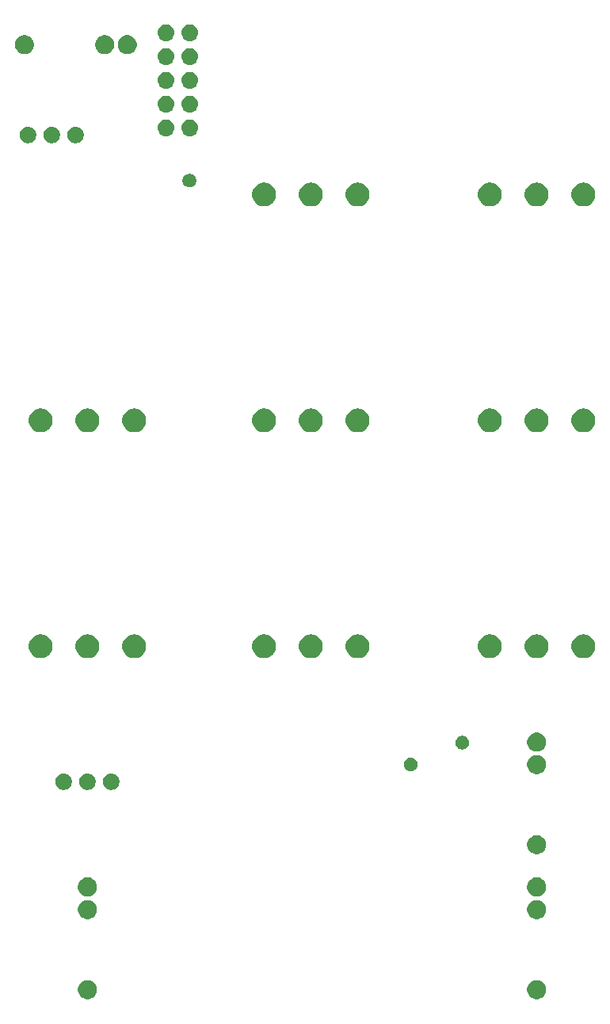
<source format=gbr>
G04 #@! TF.GenerationSoftware,KiCad,Pcbnew,(5.1.4-0-10_14)*
G04 #@! TF.CreationDate,2019-11-18T15:59:10-08:00*
G04 #@! TF.ProjectId,DS8,4453382e-6b69-4636-9164-5f7063625858,rev?*
G04 #@! TF.SameCoordinates,Original*
G04 #@! TF.FileFunction,Soldermask,Bot*
G04 #@! TF.FilePolarity,Negative*
%FSLAX46Y46*%
G04 Gerber Fmt 4.6, Leading zero omitted, Abs format (unit mm)*
G04 Created by KiCad (PCBNEW (5.1.4-0-10_14)) date 2019-11-18 15:59:10*
%MOMM*%
%LPD*%
G04 APERTURE LIST*
%ADD10C,0.100000*%
G04 APERTURE END LIST*
D10*
G36*
X57192415Y4424149D02*
G01*
X57377350Y4347546D01*
X57377351Y4347545D01*
X57543790Y4236334D01*
X57685334Y4094790D01*
X57685335Y4094788D01*
X57796546Y3928350D01*
X57873149Y3743415D01*
X57912200Y3547088D01*
X57912200Y3346912D01*
X57873149Y3150585D01*
X57796546Y2965650D01*
X57796545Y2965649D01*
X57685334Y2799210D01*
X57543790Y2657666D01*
X57460004Y2601682D01*
X57377350Y2546454D01*
X57192415Y2469851D01*
X56996088Y2430800D01*
X56795912Y2430800D01*
X56599585Y2469851D01*
X56414650Y2546454D01*
X56331996Y2601682D01*
X56248210Y2657666D01*
X56106666Y2799210D01*
X55995455Y2965649D01*
X55995454Y2965650D01*
X55918851Y3150585D01*
X55879800Y3346912D01*
X55879800Y3547088D01*
X55918851Y3743415D01*
X55995454Y3928350D01*
X56106665Y4094788D01*
X56106666Y4094790D01*
X56248210Y4236334D01*
X56414649Y4347545D01*
X56414650Y4347546D01*
X56599585Y4424149D01*
X56795912Y4463200D01*
X56996088Y4463200D01*
X57192415Y4424149D01*
X57192415Y4424149D01*
G37*
G36*
X9186415Y4424149D02*
G01*
X9371350Y4347546D01*
X9371351Y4347545D01*
X9537790Y4236334D01*
X9679334Y4094790D01*
X9679335Y4094788D01*
X9790546Y3928350D01*
X9867149Y3743415D01*
X9906200Y3547088D01*
X9906200Y3346912D01*
X9867149Y3150585D01*
X9790546Y2965650D01*
X9790545Y2965649D01*
X9679334Y2799210D01*
X9537790Y2657666D01*
X9454004Y2601682D01*
X9371350Y2546454D01*
X9186415Y2469851D01*
X8990088Y2430800D01*
X8789912Y2430800D01*
X8593585Y2469851D01*
X8408650Y2546454D01*
X8325996Y2601682D01*
X8242210Y2657666D01*
X8100666Y2799210D01*
X7989455Y2965649D01*
X7989454Y2965650D01*
X7912851Y3150585D01*
X7873800Y3346912D01*
X7873800Y3547088D01*
X7912851Y3743415D01*
X7989454Y3928350D01*
X8100665Y4094788D01*
X8100666Y4094790D01*
X8242210Y4236334D01*
X8408649Y4347545D01*
X8408650Y4347546D01*
X8593585Y4424149D01*
X8789912Y4463200D01*
X8990088Y4463200D01*
X9186415Y4424149D01*
X9186415Y4424149D01*
G37*
G36*
X57192415Y12983949D02*
G01*
X57377350Y12907346D01*
X57377351Y12907345D01*
X57543790Y12796134D01*
X57685334Y12654590D01*
X57685335Y12654588D01*
X57796546Y12488150D01*
X57873149Y12303215D01*
X57912200Y12106888D01*
X57912200Y11906712D01*
X57873149Y11710385D01*
X57796546Y11525450D01*
X57796545Y11525449D01*
X57685334Y11359010D01*
X57543790Y11217466D01*
X57460004Y11161482D01*
X57377350Y11106254D01*
X57192415Y11029651D01*
X56996088Y10990600D01*
X56795912Y10990600D01*
X56599585Y11029651D01*
X56414650Y11106254D01*
X56331996Y11161482D01*
X56248210Y11217466D01*
X56106666Y11359010D01*
X55995455Y11525449D01*
X55995454Y11525450D01*
X55918851Y11710385D01*
X55879800Y11906712D01*
X55879800Y12106888D01*
X55918851Y12303215D01*
X55995454Y12488150D01*
X56106665Y12654588D01*
X56106666Y12654590D01*
X56248210Y12796134D01*
X56414649Y12907345D01*
X56414650Y12907346D01*
X56599585Y12983949D01*
X56795912Y13023000D01*
X56996088Y13023000D01*
X57192415Y12983949D01*
X57192415Y12983949D01*
G37*
G36*
X9186415Y12983949D02*
G01*
X9371350Y12907346D01*
X9371351Y12907345D01*
X9537790Y12796134D01*
X9679334Y12654590D01*
X9679335Y12654588D01*
X9790546Y12488150D01*
X9867149Y12303215D01*
X9906200Y12106888D01*
X9906200Y11906712D01*
X9867149Y11710385D01*
X9790546Y11525450D01*
X9790545Y11525449D01*
X9679334Y11359010D01*
X9537790Y11217466D01*
X9454004Y11161482D01*
X9371350Y11106254D01*
X9186415Y11029651D01*
X8990088Y10990600D01*
X8789912Y10990600D01*
X8593585Y11029651D01*
X8408650Y11106254D01*
X8325996Y11161482D01*
X8242210Y11217466D01*
X8100666Y11359010D01*
X7989455Y11525449D01*
X7989454Y11525450D01*
X7912851Y11710385D01*
X7873800Y11906712D01*
X7873800Y12106888D01*
X7912851Y12303215D01*
X7989454Y12488150D01*
X8100665Y12654588D01*
X8100666Y12654590D01*
X8242210Y12796134D01*
X8408649Y12907345D01*
X8408650Y12907346D01*
X8593585Y12983949D01*
X8789912Y13023000D01*
X8990088Y13023000D01*
X9186415Y12983949D01*
X9186415Y12983949D01*
G37*
G36*
X57192415Y15396949D02*
G01*
X57377350Y15320346D01*
X57377351Y15320345D01*
X57543790Y15209134D01*
X57685334Y15067590D01*
X57685335Y15067588D01*
X57796546Y14901150D01*
X57873149Y14716215D01*
X57912200Y14519888D01*
X57912200Y14319712D01*
X57873149Y14123385D01*
X57796546Y13938450D01*
X57796545Y13938449D01*
X57685334Y13772010D01*
X57543790Y13630466D01*
X57460004Y13574482D01*
X57377350Y13519254D01*
X57192415Y13442651D01*
X56996088Y13403600D01*
X56795912Y13403600D01*
X56599585Y13442651D01*
X56414650Y13519254D01*
X56331996Y13574482D01*
X56248210Y13630466D01*
X56106666Y13772010D01*
X55995455Y13938449D01*
X55995454Y13938450D01*
X55918851Y14123385D01*
X55879800Y14319712D01*
X55879800Y14519888D01*
X55918851Y14716215D01*
X55995454Y14901150D01*
X56106665Y15067588D01*
X56106666Y15067590D01*
X56248210Y15209134D01*
X56414649Y15320345D01*
X56414650Y15320346D01*
X56599585Y15396949D01*
X56795912Y15436000D01*
X56996088Y15436000D01*
X57192415Y15396949D01*
X57192415Y15396949D01*
G37*
G36*
X9186415Y15396949D02*
G01*
X9371350Y15320346D01*
X9371351Y15320345D01*
X9537790Y15209134D01*
X9679334Y15067590D01*
X9679335Y15067588D01*
X9790546Y14901150D01*
X9867149Y14716215D01*
X9906200Y14519888D01*
X9906200Y14319712D01*
X9867149Y14123385D01*
X9790546Y13938450D01*
X9790545Y13938449D01*
X9679334Y13772010D01*
X9537790Y13630466D01*
X9454004Y13574482D01*
X9371350Y13519254D01*
X9186415Y13442651D01*
X8990088Y13403600D01*
X8789912Y13403600D01*
X8593585Y13442651D01*
X8408650Y13519254D01*
X8325996Y13574482D01*
X8242210Y13630466D01*
X8100666Y13772010D01*
X7989455Y13938449D01*
X7989454Y13938450D01*
X7912851Y14123385D01*
X7873800Y14319712D01*
X7873800Y14519888D01*
X7912851Y14716215D01*
X7989454Y14901150D01*
X8100665Y15067588D01*
X8100666Y15067590D01*
X8242210Y15209134D01*
X8408649Y15320345D01*
X8408650Y15320346D01*
X8593585Y15396949D01*
X8789912Y15436000D01*
X8990088Y15436000D01*
X9186415Y15396949D01*
X9186415Y15396949D01*
G37*
G36*
X57192415Y19900149D02*
G01*
X57377350Y19823546D01*
X57377351Y19823545D01*
X57543790Y19712334D01*
X57685334Y19570790D01*
X57685335Y19570788D01*
X57796546Y19404350D01*
X57873149Y19219415D01*
X57912200Y19023088D01*
X57912200Y18822912D01*
X57873149Y18626585D01*
X57796546Y18441650D01*
X57796545Y18441649D01*
X57685334Y18275210D01*
X57543790Y18133666D01*
X57460004Y18077682D01*
X57377350Y18022454D01*
X57192415Y17945851D01*
X56996088Y17906800D01*
X56795912Y17906800D01*
X56599585Y17945851D01*
X56414650Y18022454D01*
X56331996Y18077682D01*
X56248210Y18133666D01*
X56106666Y18275210D01*
X55995455Y18441649D01*
X55995454Y18441650D01*
X55918851Y18626585D01*
X55879800Y18822912D01*
X55879800Y19023088D01*
X55918851Y19219415D01*
X55995454Y19404350D01*
X56106665Y19570788D01*
X56106666Y19570790D01*
X56248210Y19712334D01*
X56414649Y19823545D01*
X56414650Y19823546D01*
X56599585Y19900149D01*
X56795912Y19939200D01*
X56996088Y19939200D01*
X57192415Y19900149D01*
X57192415Y19900149D01*
G37*
G36*
X11600997Y26513658D02*
G01*
X11685666Y26496817D01*
X11751738Y26469449D01*
X11845177Y26430745D01*
X11988736Y26334822D01*
X12110822Y26212736D01*
X12206745Y26069177D01*
X12272817Y25909665D01*
X12306500Y25740329D01*
X12306500Y25567671D01*
X12272817Y25398335D01*
X12206745Y25238823D01*
X12110822Y25095264D01*
X11988736Y24973178D01*
X11845177Y24877255D01*
X11751738Y24838551D01*
X11685666Y24811183D01*
X11600997Y24794341D01*
X11516329Y24777500D01*
X11343671Y24777500D01*
X11259003Y24794341D01*
X11174334Y24811183D01*
X11108262Y24838551D01*
X11014823Y24877255D01*
X10871264Y24973178D01*
X10749178Y25095264D01*
X10653255Y25238823D01*
X10587183Y25398335D01*
X10553500Y25567671D01*
X10553500Y25740329D01*
X10587183Y25909665D01*
X10653255Y26069177D01*
X10749178Y26212736D01*
X10871264Y26334822D01*
X11014823Y26430745D01*
X11108262Y26469449D01*
X11174334Y26496817D01*
X11259003Y26513658D01*
X11343671Y26530500D01*
X11516329Y26530500D01*
X11600997Y26513658D01*
X11600997Y26513658D01*
G37*
G36*
X9060997Y26513658D02*
G01*
X9145666Y26496817D01*
X9211738Y26469449D01*
X9305177Y26430745D01*
X9448736Y26334822D01*
X9570822Y26212736D01*
X9666745Y26069177D01*
X9732817Y25909665D01*
X9766500Y25740329D01*
X9766500Y25567671D01*
X9732817Y25398335D01*
X9666745Y25238823D01*
X9570822Y25095264D01*
X9448736Y24973178D01*
X9305177Y24877255D01*
X9211738Y24838551D01*
X9145666Y24811183D01*
X9060997Y24794341D01*
X8976329Y24777500D01*
X8803671Y24777500D01*
X8719003Y24794341D01*
X8634334Y24811183D01*
X8568262Y24838551D01*
X8474823Y24877255D01*
X8331264Y24973178D01*
X8209178Y25095264D01*
X8113255Y25238823D01*
X8047183Y25398335D01*
X8013500Y25567671D01*
X8013500Y25740329D01*
X8047183Y25909665D01*
X8113255Y26069177D01*
X8209178Y26212736D01*
X8331264Y26334822D01*
X8474823Y26430745D01*
X8568262Y26469449D01*
X8634334Y26496817D01*
X8719003Y26513658D01*
X8803671Y26530500D01*
X8976329Y26530500D01*
X9060997Y26513658D01*
X9060997Y26513658D01*
G37*
G36*
X6520997Y26513658D02*
G01*
X6605666Y26496817D01*
X6671738Y26469449D01*
X6765177Y26430745D01*
X6908736Y26334822D01*
X7030822Y26212736D01*
X7126745Y26069177D01*
X7192817Y25909665D01*
X7226500Y25740329D01*
X7226500Y25567671D01*
X7192817Y25398335D01*
X7126745Y25238823D01*
X7030822Y25095264D01*
X6908736Y24973178D01*
X6765177Y24877255D01*
X6671738Y24838551D01*
X6605666Y24811183D01*
X6520997Y24794341D01*
X6436329Y24777500D01*
X6263671Y24777500D01*
X6179003Y24794341D01*
X6094334Y24811183D01*
X6028262Y24838551D01*
X5934823Y24877255D01*
X5791264Y24973178D01*
X5669178Y25095264D01*
X5573255Y25238823D01*
X5507183Y25398335D01*
X5473500Y25567671D01*
X5473500Y25740329D01*
X5507183Y25909665D01*
X5573255Y26069177D01*
X5669178Y26212736D01*
X5791264Y26334822D01*
X5934823Y26430745D01*
X6028262Y26469449D01*
X6094334Y26496817D01*
X6179003Y26513658D01*
X6263671Y26530500D01*
X6436329Y26530500D01*
X6520997Y26513658D01*
X6520997Y26513658D01*
G37*
G36*
X57192415Y28459949D02*
G01*
X57377350Y28383346D01*
X57377351Y28383345D01*
X57543790Y28272134D01*
X57685334Y28130590D01*
X57685335Y28130588D01*
X57796546Y27964150D01*
X57873149Y27779215D01*
X57912200Y27582888D01*
X57912200Y27382712D01*
X57873149Y27186385D01*
X57796546Y27001450D01*
X57796545Y27001449D01*
X57685334Y26835010D01*
X57543790Y26693466D01*
X57460004Y26637482D01*
X57377350Y26582254D01*
X57192415Y26505651D01*
X56996088Y26466600D01*
X56795912Y26466600D01*
X56599585Y26505651D01*
X56414650Y26582254D01*
X56331996Y26637482D01*
X56248210Y26693466D01*
X56106666Y26835010D01*
X55995455Y27001449D01*
X55995454Y27001450D01*
X55918851Y27186385D01*
X55879800Y27382712D01*
X55879800Y27582888D01*
X55918851Y27779215D01*
X55995454Y27964150D01*
X56106665Y28130588D01*
X56106666Y28130590D01*
X56248210Y28272134D01*
X56414649Y28383345D01*
X56414650Y28383346D01*
X56599585Y28459949D01*
X56795912Y28499000D01*
X56996088Y28499000D01*
X57192415Y28459949D01*
X57192415Y28459949D01*
G37*
G36*
X43641619Y28197620D02*
G01*
X43773654Y28142929D01*
X43892476Y28063535D01*
X43993535Y27962476D01*
X44072929Y27843654D01*
X44127620Y27711619D01*
X44155500Y27571457D01*
X44155500Y27428543D01*
X44127620Y27288381D01*
X44072929Y27156346D01*
X43993535Y27037524D01*
X43892476Y26936465D01*
X43773654Y26857071D01*
X43641619Y26802380D01*
X43501457Y26774500D01*
X43358543Y26774500D01*
X43218381Y26802380D01*
X43086346Y26857071D01*
X42967524Y26936465D01*
X42866465Y27037524D01*
X42787071Y27156346D01*
X42732380Y27288381D01*
X42704500Y27428543D01*
X42704500Y27571457D01*
X42732380Y27711619D01*
X42787071Y27843654D01*
X42866465Y27962476D01*
X42967524Y28063535D01*
X43086346Y28142929D01*
X43218381Y28197620D01*
X43358543Y28225500D01*
X43501457Y28225500D01*
X43641619Y28197620D01*
X43641619Y28197620D01*
G37*
G36*
X57192415Y30872949D02*
G01*
X57377350Y30796346D01*
X57377351Y30796345D01*
X57543790Y30685134D01*
X57685334Y30543590D01*
X57685335Y30543588D01*
X57796546Y30377150D01*
X57873149Y30192215D01*
X57912200Y29995888D01*
X57912200Y29795712D01*
X57873149Y29599385D01*
X57796546Y29414450D01*
X57796545Y29414449D01*
X57685334Y29248010D01*
X57543790Y29106466D01*
X57460004Y29050482D01*
X57377350Y28995254D01*
X57192415Y28918651D01*
X56996088Y28879600D01*
X56795912Y28879600D01*
X56599585Y28918651D01*
X56414650Y28995254D01*
X56331996Y29050482D01*
X56248210Y29106466D01*
X56106666Y29248010D01*
X55995455Y29414449D01*
X55995454Y29414450D01*
X55918851Y29599385D01*
X55879800Y29795712D01*
X55879800Y29995888D01*
X55918851Y30192215D01*
X55995454Y30377150D01*
X56106665Y30543588D01*
X56106666Y30543590D01*
X56248210Y30685134D01*
X56414649Y30796345D01*
X56414650Y30796346D01*
X56599585Y30872949D01*
X56795912Y30912000D01*
X56996088Y30912000D01*
X57192415Y30872949D01*
X57192415Y30872949D01*
G37*
G36*
X49141619Y30527620D02*
G01*
X49273654Y30472929D01*
X49392476Y30393535D01*
X49493535Y30292476D01*
X49572929Y30173654D01*
X49627620Y30041619D01*
X49655500Y29901457D01*
X49655500Y29758543D01*
X49627620Y29618381D01*
X49572929Y29486346D01*
X49493535Y29367524D01*
X49392476Y29266465D01*
X49273654Y29187071D01*
X49141619Y29132380D01*
X49001457Y29104500D01*
X48858543Y29104500D01*
X48718381Y29132380D01*
X48586346Y29187071D01*
X48467524Y29266465D01*
X48366465Y29367524D01*
X48287071Y29486346D01*
X48232380Y29618381D01*
X48204500Y29758543D01*
X48204500Y29901457D01*
X48232380Y30041619D01*
X48287071Y30173654D01*
X48366465Y30292476D01*
X48467524Y30393535D01*
X48586346Y30472929D01*
X48718381Y30527620D01*
X48858543Y30555500D01*
X49001457Y30555500D01*
X49141619Y30527620D01*
X49141619Y30527620D01*
G37*
G36*
X28013764Y41377598D02*
G01*
X28136445Y41353195D01*
X28367571Y41257459D01*
X28575578Y41118473D01*
X28752473Y40941578D01*
X28891459Y40733571D01*
X28987195Y40502445D01*
X29036000Y40257084D01*
X29036000Y40006916D01*
X28987195Y39761555D01*
X28891459Y39530429D01*
X28752473Y39322422D01*
X28575578Y39145527D01*
X28367571Y39006541D01*
X28136445Y38910805D01*
X28013765Y38886403D01*
X27891085Y38862000D01*
X27640915Y38862000D01*
X27518235Y38886403D01*
X27395555Y38910805D01*
X27164429Y39006541D01*
X26956422Y39145527D01*
X26779527Y39322422D01*
X26640541Y39530429D01*
X26544805Y39761555D01*
X26496000Y40006916D01*
X26496000Y40257084D01*
X26544805Y40502445D01*
X26640541Y40733571D01*
X26779527Y40941578D01*
X26956422Y41118473D01*
X27164429Y41257459D01*
X27395555Y41353195D01*
X27518236Y41377598D01*
X27640915Y41402000D01*
X27891085Y41402000D01*
X28013764Y41377598D01*
X28013764Y41377598D01*
G37*
G36*
X62143764Y41377598D02*
G01*
X62266445Y41353195D01*
X62497571Y41257459D01*
X62705578Y41118473D01*
X62882473Y40941578D01*
X63021459Y40733571D01*
X63117195Y40502445D01*
X63166000Y40257084D01*
X63166000Y40006916D01*
X63117195Y39761555D01*
X63021459Y39530429D01*
X62882473Y39322422D01*
X62705578Y39145527D01*
X62497571Y39006541D01*
X62266445Y38910805D01*
X62143765Y38886403D01*
X62021085Y38862000D01*
X61770915Y38862000D01*
X61648235Y38886403D01*
X61525555Y38910805D01*
X61294429Y39006541D01*
X61086422Y39145527D01*
X60909527Y39322422D01*
X60770541Y39530429D01*
X60674805Y39761555D01*
X60626000Y40006916D01*
X60626000Y40257084D01*
X60674805Y40502445D01*
X60770541Y40733571D01*
X60909527Y40941578D01*
X61086422Y41118473D01*
X61294429Y41257459D01*
X61525555Y41353195D01*
X61648236Y41377598D01*
X61770915Y41402000D01*
X62021085Y41402000D01*
X62143764Y41377598D01*
X62143764Y41377598D01*
G37*
G36*
X57143764Y41377598D02*
G01*
X57266445Y41353195D01*
X57497571Y41257459D01*
X57705578Y41118473D01*
X57882473Y40941578D01*
X58021459Y40733571D01*
X58117195Y40502445D01*
X58166000Y40257084D01*
X58166000Y40006916D01*
X58117195Y39761555D01*
X58021459Y39530429D01*
X57882473Y39322422D01*
X57705578Y39145527D01*
X57497571Y39006541D01*
X57266445Y38910805D01*
X57143765Y38886403D01*
X57021085Y38862000D01*
X56770915Y38862000D01*
X56648235Y38886403D01*
X56525555Y38910805D01*
X56294429Y39006541D01*
X56086422Y39145527D01*
X55909527Y39322422D01*
X55770541Y39530429D01*
X55674805Y39761555D01*
X55626000Y40006916D01*
X55626000Y40257084D01*
X55674805Y40502445D01*
X55770541Y40733571D01*
X55909527Y40941578D01*
X56086422Y41118473D01*
X56294429Y41257459D01*
X56525555Y41353195D01*
X56648236Y41377598D01*
X56770915Y41402000D01*
X57021085Y41402000D01*
X57143764Y41377598D01*
X57143764Y41377598D01*
G37*
G36*
X52143764Y41377598D02*
G01*
X52266445Y41353195D01*
X52497571Y41257459D01*
X52705578Y41118473D01*
X52882473Y40941578D01*
X53021459Y40733571D01*
X53117195Y40502445D01*
X53166000Y40257084D01*
X53166000Y40006916D01*
X53117195Y39761555D01*
X53021459Y39530429D01*
X52882473Y39322422D01*
X52705578Y39145527D01*
X52497571Y39006541D01*
X52266445Y38910805D01*
X52143765Y38886403D01*
X52021085Y38862000D01*
X51770915Y38862000D01*
X51648235Y38886403D01*
X51525555Y38910805D01*
X51294429Y39006541D01*
X51086422Y39145527D01*
X50909527Y39322422D01*
X50770541Y39530429D01*
X50674805Y39761555D01*
X50626000Y40006916D01*
X50626000Y40257084D01*
X50674805Y40502445D01*
X50770541Y40733571D01*
X50909527Y40941578D01*
X51086422Y41118473D01*
X51294429Y41257459D01*
X51525555Y41353195D01*
X51648236Y41377598D01*
X51770915Y41402000D01*
X52021085Y41402000D01*
X52143764Y41377598D01*
X52143764Y41377598D01*
G37*
G36*
X38013764Y41377598D02*
G01*
X38136445Y41353195D01*
X38367571Y41257459D01*
X38575578Y41118473D01*
X38752473Y40941578D01*
X38891459Y40733571D01*
X38987195Y40502445D01*
X39036000Y40257084D01*
X39036000Y40006916D01*
X38987195Y39761555D01*
X38891459Y39530429D01*
X38752473Y39322422D01*
X38575578Y39145527D01*
X38367571Y39006541D01*
X38136445Y38910805D01*
X38013765Y38886403D01*
X37891085Y38862000D01*
X37640915Y38862000D01*
X37518235Y38886403D01*
X37395555Y38910805D01*
X37164429Y39006541D01*
X36956422Y39145527D01*
X36779527Y39322422D01*
X36640541Y39530429D01*
X36544805Y39761555D01*
X36496000Y40006916D01*
X36496000Y40257084D01*
X36544805Y40502445D01*
X36640541Y40733571D01*
X36779527Y40941578D01*
X36956422Y41118473D01*
X37164429Y41257459D01*
X37395555Y41353195D01*
X37518236Y41377598D01*
X37640915Y41402000D01*
X37891085Y41402000D01*
X38013764Y41377598D01*
X38013764Y41377598D01*
G37*
G36*
X33013764Y41377598D02*
G01*
X33136445Y41353195D01*
X33367571Y41257459D01*
X33575578Y41118473D01*
X33752473Y40941578D01*
X33891459Y40733571D01*
X33987195Y40502445D01*
X34036000Y40257084D01*
X34036000Y40006916D01*
X33987195Y39761555D01*
X33891459Y39530429D01*
X33752473Y39322422D01*
X33575578Y39145527D01*
X33367571Y39006541D01*
X33136445Y38910805D01*
X33013765Y38886403D01*
X32891085Y38862000D01*
X32640915Y38862000D01*
X32518235Y38886403D01*
X32395555Y38910805D01*
X32164429Y39006541D01*
X31956422Y39145527D01*
X31779527Y39322422D01*
X31640541Y39530429D01*
X31544805Y39761555D01*
X31496000Y40006916D01*
X31496000Y40257084D01*
X31544805Y40502445D01*
X31640541Y40733571D01*
X31779527Y40941578D01*
X31956422Y41118473D01*
X32164429Y41257459D01*
X32395555Y41353195D01*
X32518236Y41377598D01*
X32640915Y41402000D01*
X32891085Y41402000D01*
X33013764Y41377598D01*
X33013764Y41377598D01*
G37*
G36*
X14137764Y41377598D02*
G01*
X14260445Y41353195D01*
X14491571Y41257459D01*
X14699578Y41118473D01*
X14876473Y40941578D01*
X15015459Y40733571D01*
X15111195Y40502445D01*
X15160000Y40257084D01*
X15160000Y40006916D01*
X15111195Y39761555D01*
X15015459Y39530429D01*
X14876473Y39322422D01*
X14699578Y39145527D01*
X14491571Y39006541D01*
X14260445Y38910805D01*
X14137765Y38886403D01*
X14015085Y38862000D01*
X13764915Y38862000D01*
X13642235Y38886403D01*
X13519555Y38910805D01*
X13288429Y39006541D01*
X13080422Y39145527D01*
X12903527Y39322422D01*
X12764541Y39530429D01*
X12668805Y39761555D01*
X12620000Y40006916D01*
X12620000Y40257084D01*
X12668805Y40502445D01*
X12764541Y40733571D01*
X12903527Y40941578D01*
X13080422Y41118473D01*
X13288429Y41257459D01*
X13519555Y41353195D01*
X13642236Y41377598D01*
X13764915Y41402000D01*
X14015085Y41402000D01*
X14137764Y41377598D01*
X14137764Y41377598D01*
G37*
G36*
X9137764Y41377598D02*
G01*
X9260445Y41353195D01*
X9491571Y41257459D01*
X9699578Y41118473D01*
X9876473Y40941578D01*
X10015459Y40733571D01*
X10111195Y40502445D01*
X10160000Y40257084D01*
X10160000Y40006916D01*
X10111195Y39761555D01*
X10015459Y39530429D01*
X9876473Y39322422D01*
X9699578Y39145527D01*
X9491571Y39006541D01*
X9260445Y38910805D01*
X9137765Y38886403D01*
X9015085Y38862000D01*
X8764915Y38862000D01*
X8642235Y38886403D01*
X8519555Y38910805D01*
X8288429Y39006541D01*
X8080422Y39145527D01*
X7903527Y39322422D01*
X7764541Y39530429D01*
X7668805Y39761555D01*
X7620000Y40006916D01*
X7620000Y40257084D01*
X7668805Y40502445D01*
X7764541Y40733571D01*
X7903527Y40941578D01*
X8080422Y41118473D01*
X8288429Y41257459D01*
X8519555Y41353195D01*
X8642236Y41377598D01*
X8764915Y41402000D01*
X9015085Y41402000D01*
X9137764Y41377598D01*
X9137764Y41377598D01*
G37*
G36*
X4137764Y41377598D02*
G01*
X4260445Y41353195D01*
X4491571Y41257459D01*
X4699578Y41118473D01*
X4876473Y40941578D01*
X5015459Y40733571D01*
X5111195Y40502445D01*
X5160000Y40257084D01*
X5160000Y40006916D01*
X5111195Y39761555D01*
X5015459Y39530429D01*
X4876473Y39322422D01*
X4699578Y39145527D01*
X4491571Y39006541D01*
X4260445Y38910805D01*
X4137765Y38886403D01*
X4015085Y38862000D01*
X3764915Y38862000D01*
X3642235Y38886403D01*
X3519555Y38910805D01*
X3288429Y39006541D01*
X3080422Y39145527D01*
X2903527Y39322422D01*
X2764541Y39530429D01*
X2668805Y39761555D01*
X2620000Y40006916D01*
X2620000Y40257084D01*
X2668805Y40502445D01*
X2764541Y40733571D01*
X2903527Y40941578D01*
X3080422Y41118473D01*
X3288429Y41257459D01*
X3519555Y41353195D01*
X3642236Y41377598D01*
X3764915Y41402000D01*
X4015085Y41402000D01*
X4137764Y41377598D01*
X4137764Y41377598D01*
G37*
G36*
X33013764Y65507598D02*
G01*
X33136445Y65483195D01*
X33367571Y65387459D01*
X33575578Y65248473D01*
X33752473Y65071578D01*
X33891459Y64863571D01*
X33987195Y64632445D01*
X34036000Y64387084D01*
X34036000Y64136916D01*
X33987195Y63891555D01*
X33891459Y63660429D01*
X33752473Y63452422D01*
X33575578Y63275527D01*
X33367571Y63136541D01*
X33136445Y63040805D01*
X33013764Y63016402D01*
X32891085Y62992000D01*
X32640915Y62992000D01*
X32518236Y63016402D01*
X32395555Y63040805D01*
X32164429Y63136541D01*
X31956422Y63275527D01*
X31779527Y63452422D01*
X31640541Y63660429D01*
X31544805Y63891555D01*
X31496000Y64136916D01*
X31496000Y64387084D01*
X31544805Y64632445D01*
X31640541Y64863571D01*
X31779527Y65071578D01*
X31956422Y65248473D01*
X32164429Y65387459D01*
X32395555Y65483195D01*
X32518236Y65507598D01*
X32640915Y65532000D01*
X32891085Y65532000D01*
X33013764Y65507598D01*
X33013764Y65507598D01*
G37*
G36*
X28013764Y65507598D02*
G01*
X28136445Y65483195D01*
X28367571Y65387459D01*
X28575578Y65248473D01*
X28752473Y65071578D01*
X28891459Y64863571D01*
X28987195Y64632445D01*
X29036000Y64387084D01*
X29036000Y64136916D01*
X28987195Y63891555D01*
X28891459Y63660429D01*
X28752473Y63452422D01*
X28575578Y63275527D01*
X28367571Y63136541D01*
X28136445Y63040805D01*
X28013764Y63016402D01*
X27891085Y62992000D01*
X27640915Y62992000D01*
X27518236Y63016402D01*
X27395555Y63040805D01*
X27164429Y63136541D01*
X26956422Y63275527D01*
X26779527Y63452422D01*
X26640541Y63660429D01*
X26544805Y63891555D01*
X26496000Y64136916D01*
X26496000Y64387084D01*
X26544805Y64632445D01*
X26640541Y64863571D01*
X26779527Y65071578D01*
X26956422Y65248473D01*
X27164429Y65387459D01*
X27395555Y65483195D01*
X27518236Y65507598D01*
X27640915Y65532000D01*
X27891085Y65532000D01*
X28013764Y65507598D01*
X28013764Y65507598D01*
G37*
G36*
X14137764Y65507598D02*
G01*
X14260445Y65483195D01*
X14491571Y65387459D01*
X14699578Y65248473D01*
X14876473Y65071578D01*
X15015459Y64863571D01*
X15111195Y64632445D01*
X15160000Y64387084D01*
X15160000Y64136916D01*
X15111195Y63891555D01*
X15015459Y63660429D01*
X14876473Y63452422D01*
X14699578Y63275527D01*
X14491571Y63136541D01*
X14260445Y63040805D01*
X14137764Y63016402D01*
X14015085Y62992000D01*
X13764915Y62992000D01*
X13642236Y63016402D01*
X13519555Y63040805D01*
X13288429Y63136541D01*
X13080422Y63275527D01*
X12903527Y63452422D01*
X12764541Y63660429D01*
X12668805Y63891555D01*
X12620000Y64136916D01*
X12620000Y64387084D01*
X12668805Y64632445D01*
X12764541Y64863571D01*
X12903527Y65071578D01*
X13080422Y65248473D01*
X13288429Y65387459D01*
X13519555Y65483195D01*
X13642236Y65507598D01*
X13764915Y65532000D01*
X14015085Y65532000D01*
X14137764Y65507598D01*
X14137764Y65507598D01*
G37*
G36*
X62143764Y65507598D02*
G01*
X62266445Y65483195D01*
X62497571Y65387459D01*
X62705578Y65248473D01*
X62882473Y65071578D01*
X63021459Y64863571D01*
X63117195Y64632445D01*
X63166000Y64387084D01*
X63166000Y64136916D01*
X63117195Y63891555D01*
X63021459Y63660429D01*
X62882473Y63452422D01*
X62705578Y63275527D01*
X62497571Y63136541D01*
X62266445Y63040805D01*
X62143764Y63016402D01*
X62021085Y62992000D01*
X61770915Y62992000D01*
X61648236Y63016402D01*
X61525555Y63040805D01*
X61294429Y63136541D01*
X61086422Y63275527D01*
X60909527Y63452422D01*
X60770541Y63660429D01*
X60674805Y63891555D01*
X60626000Y64136916D01*
X60626000Y64387084D01*
X60674805Y64632445D01*
X60770541Y64863571D01*
X60909527Y65071578D01*
X61086422Y65248473D01*
X61294429Y65387459D01*
X61525555Y65483195D01*
X61648236Y65507598D01*
X61770915Y65532000D01*
X62021085Y65532000D01*
X62143764Y65507598D01*
X62143764Y65507598D01*
G37*
G36*
X57143764Y65507598D02*
G01*
X57266445Y65483195D01*
X57497571Y65387459D01*
X57705578Y65248473D01*
X57882473Y65071578D01*
X58021459Y64863571D01*
X58117195Y64632445D01*
X58166000Y64387084D01*
X58166000Y64136916D01*
X58117195Y63891555D01*
X58021459Y63660429D01*
X57882473Y63452422D01*
X57705578Y63275527D01*
X57497571Y63136541D01*
X57266445Y63040805D01*
X57143764Y63016402D01*
X57021085Y62992000D01*
X56770915Y62992000D01*
X56648236Y63016402D01*
X56525555Y63040805D01*
X56294429Y63136541D01*
X56086422Y63275527D01*
X55909527Y63452422D01*
X55770541Y63660429D01*
X55674805Y63891555D01*
X55626000Y64136916D01*
X55626000Y64387084D01*
X55674805Y64632445D01*
X55770541Y64863571D01*
X55909527Y65071578D01*
X56086422Y65248473D01*
X56294429Y65387459D01*
X56525555Y65483195D01*
X56648236Y65507598D01*
X56770915Y65532000D01*
X57021085Y65532000D01*
X57143764Y65507598D01*
X57143764Y65507598D01*
G37*
G36*
X52143764Y65507598D02*
G01*
X52266445Y65483195D01*
X52497571Y65387459D01*
X52705578Y65248473D01*
X52882473Y65071578D01*
X53021459Y64863571D01*
X53117195Y64632445D01*
X53166000Y64387084D01*
X53166000Y64136916D01*
X53117195Y63891555D01*
X53021459Y63660429D01*
X52882473Y63452422D01*
X52705578Y63275527D01*
X52497571Y63136541D01*
X52266445Y63040805D01*
X52143764Y63016402D01*
X52021085Y62992000D01*
X51770915Y62992000D01*
X51648236Y63016402D01*
X51525555Y63040805D01*
X51294429Y63136541D01*
X51086422Y63275527D01*
X50909527Y63452422D01*
X50770541Y63660429D01*
X50674805Y63891555D01*
X50626000Y64136916D01*
X50626000Y64387084D01*
X50674805Y64632445D01*
X50770541Y64863571D01*
X50909527Y65071578D01*
X51086422Y65248473D01*
X51294429Y65387459D01*
X51525555Y65483195D01*
X51648236Y65507598D01*
X51770915Y65532000D01*
X52021085Y65532000D01*
X52143764Y65507598D01*
X52143764Y65507598D01*
G37*
G36*
X38013764Y65507598D02*
G01*
X38136445Y65483195D01*
X38367571Y65387459D01*
X38575578Y65248473D01*
X38752473Y65071578D01*
X38891459Y64863571D01*
X38987195Y64632445D01*
X39036000Y64387084D01*
X39036000Y64136916D01*
X38987195Y63891555D01*
X38891459Y63660429D01*
X38752473Y63452422D01*
X38575578Y63275527D01*
X38367571Y63136541D01*
X38136445Y63040805D01*
X38013764Y63016402D01*
X37891085Y62992000D01*
X37640915Y62992000D01*
X37518236Y63016402D01*
X37395555Y63040805D01*
X37164429Y63136541D01*
X36956422Y63275527D01*
X36779527Y63452422D01*
X36640541Y63660429D01*
X36544805Y63891555D01*
X36496000Y64136916D01*
X36496000Y64387084D01*
X36544805Y64632445D01*
X36640541Y64863571D01*
X36779527Y65071578D01*
X36956422Y65248473D01*
X37164429Y65387459D01*
X37395555Y65483195D01*
X37518236Y65507598D01*
X37640915Y65532000D01*
X37891085Y65532000D01*
X38013764Y65507598D01*
X38013764Y65507598D01*
G37*
G36*
X9137764Y65507598D02*
G01*
X9260445Y65483195D01*
X9491571Y65387459D01*
X9699578Y65248473D01*
X9876473Y65071578D01*
X10015459Y64863571D01*
X10111195Y64632445D01*
X10160000Y64387084D01*
X10160000Y64136916D01*
X10111195Y63891555D01*
X10015459Y63660429D01*
X9876473Y63452422D01*
X9699578Y63275527D01*
X9491571Y63136541D01*
X9260445Y63040805D01*
X9137764Y63016402D01*
X9015085Y62992000D01*
X8764915Y62992000D01*
X8642236Y63016402D01*
X8519555Y63040805D01*
X8288429Y63136541D01*
X8080422Y63275527D01*
X7903527Y63452422D01*
X7764541Y63660429D01*
X7668805Y63891555D01*
X7620000Y64136916D01*
X7620000Y64387084D01*
X7668805Y64632445D01*
X7764541Y64863571D01*
X7903527Y65071578D01*
X8080422Y65248473D01*
X8288429Y65387459D01*
X8519555Y65483195D01*
X8642236Y65507598D01*
X8764915Y65532000D01*
X9015085Y65532000D01*
X9137764Y65507598D01*
X9137764Y65507598D01*
G37*
G36*
X4137764Y65507598D02*
G01*
X4260445Y65483195D01*
X4491571Y65387459D01*
X4699578Y65248473D01*
X4876473Y65071578D01*
X5015459Y64863571D01*
X5111195Y64632445D01*
X5160000Y64387084D01*
X5160000Y64136916D01*
X5111195Y63891555D01*
X5015459Y63660429D01*
X4876473Y63452422D01*
X4699578Y63275527D01*
X4491571Y63136541D01*
X4260445Y63040805D01*
X4137764Y63016402D01*
X4015085Y62992000D01*
X3764915Y62992000D01*
X3642236Y63016402D01*
X3519555Y63040805D01*
X3288429Y63136541D01*
X3080422Y63275527D01*
X2903527Y63452422D01*
X2764541Y63660429D01*
X2668805Y63891555D01*
X2620000Y64136916D01*
X2620000Y64387084D01*
X2668805Y64632445D01*
X2764541Y64863571D01*
X2903527Y65071578D01*
X3080422Y65248473D01*
X3288429Y65387459D01*
X3519555Y65483195D01*
X3642236Y65507598D01*
X3764915Y65532000D01*
X4015085Y65532000D01*
X4137764Y65507598D01*
X4137764Y65507598D01*
G37*
G36*
X57143764Y89637598D02*
G01*
X57266445Y89613195D01*
X57497571Y89517459D01*
X57705578Y89378473D01*
X57882473Y89201578D01*
X58021459Y88993571D01*
X58117195Y88762445D01*
X58166000Y88517084D01*
X58166000Y88266916D01*
X58117195Y88021555D01*
X58021459Y87790429D01*
X57882473Y87582422D01*
X57705578Y87405527D01*
X57497571Y87266541D01*
X57266445Y87170805D01*
X57143765Y87146403D01*
X57021085Y87122000D01*
X56770915Y87122000D01*
X56648235Y87146403D01*
X56525555Y87170805D01*
X56294429Y87266541D01*
X56086422Y87405527D01*
X55909527Y87582422D01*
X55770541Y87790429D01*
X55674805Y88021555D01*
X55626000Y88266916D01*
X55626000Y88517084D01*
X55674805Y88762445D01*
X55770541Y88993571D01*
X55909527Y89201578D01*
X56086422Y89378473D01*
X56294429Y89517459D01*
X56525555Y89613195D01*
X56648236Y89637598D01*
X56770915Y89662000D01*
X57021085Y89662000D01*
X57143764Y89637598D01*
X57143764Y89637598D01*
G37*
G36*
X38013764Y89637598D02*
G01*
X38136445Y89613195D01*
X38367571Y89517459D01*
X38575578Y89378473D01*
X38752473Y89201578D01*
X38891459Y88993571D01*
X38987195Y88762445D01*
X39036000Y88517084D01*
X39036000Y88266916D01*
X38987195Y88021555D01*
X38891459Y87790429D01*
X38752473Y87582422D01*
X38575578Y87405527D01*
X38367571Y87266541D01*
X38136445Y87170805D01*
X38013765Y87146403D01*
X37891085Y87122000D01*
X37640915Y87122000D01*
X37518235Y87146403D01*
X37395555Y87170805D01*
X37164429Y87266541D01*
X36956422Y87405527D01*
X36779527Y87582422D01*
X36640541Y87790429D01*
X36544805Y88021555D01*
X36496000Y88266916D01*
X36496000Y88517084D01*
X36544805Y88762445D01*
X36640541Y88993571D01*
X36779527Y89201578D01*
X36956422Y89378473D01*
X37164429Y89517459D01*
X37395555Y89613195D01*
X37518236Y89637598D01*
X37640915Y89662000D01*
X37891085Y89662000D01*
X38013764Y89637598D01*
X38013764Y89637598D01*
G37*
G36*
X33013764Y89637598D02*
G01*
X33136445Y89613195D01*
X33367571Y89517459D01*
X33575578Y89378473D01*
X33752473Y89201578D01*
X33891459Y88993571D01*
X33987195Y88762445D01*
X34036000Y88517084D01*
X34036000Y88266916D01*
X33987195Y88021555D01*
X33891459Y87790429D01*
X33752473Y87582422D01*
X33575578Y87405527D01*
X33367571Y87266541D01*
X33136445Y87170805D01*
X33013765Y87146403D01*
X32891085Y87122000D01*
X32640915Y87122000D01*
X32518235Y87146403D01*
X32395555Y87170805D01*
X32164429Y87266541D01*
X31956422Y87405527D01*
X31779527Y87582422D01*
X31640541Y87790429D01*
X31544805Y88021555D01*
X31496000Y88266916D01*
X31496000Y88517084D01*
X31544805Y88762445D01*
X31640541Y88993571D01*
X31779527Y89201578D01*
X31956422Y89378473D01*
X32164429Y89517459D01*
X32395555Y89613195D01*
X32518236Y89637598D01*
X32640915Y89662000D01*
X32891085Y89662000D01*
X33013764Y89637598D01*
X33013764Y89637598D01*
G37*
G36*
X28013764Y89637598D02*
G01*
X28136445Y89613195D01*
X28367571Y89517459D01*
X28575578Y89378473D01*
X28752473Y89201578D01*
X28891459Y88993571D01*
X28987195Y88762445D01*
X29036000Y88517084D01*
X29036000Y88266916D01*
X28987195Y88021555D01*
X28891459Y87790429D01*
X28752473Y87582422D01*
X28575578Y87405527D01*
X28367571Y87266541D01*
X28136445Y87170805D01*
X28013765Y87146403D01*
X27891085Y87122000D01*
X27640915Y87122000D01*
X27518235Y87146403D01*
X27395555Y87170805D01*
X27164429Y87266541D01*
X26956422Y87405527D01*
X26779527Y87582422D01*
X26640541Y87790429D01*
X26544805Y88021555D01*
X26496000Y88266916D01*
X26496000Y88517084D01*
X26544805Y88762445D01*
X26640541Y88993571D01*
X26779527Y89201578D01*
X26956422Y89378473D01*
X27164429Y89517459D01*
X27395555Y89613195D01*
X27518236Y89637598D01*
X27640915Y89662000D01*
X27891085Y89662000D01*
X28013764Y89637598D01*
X28013764Y89637598D01*
G37*
G36*
X62143764Y89637598D02*
G01*
X62266445Y89613195D01*
X62497571Y89517459D01*
X62705578Y89378473D01*
X62882473Y89201578D01*
X63021459Y88993571D01*
X63117195Y88762445D01*
X63166000Y88517084D01*
X63166000Y88266916D01*
X63117195Y88021555D01*
X63021459Y87790429D01*
X62882473Y87582422D01*
X62705578Y87405527D01*
X62497571Y87266541D01*
X62266445Y87170805D01*
X62143765Y87146403D01*
X62021085Y87122000D01*
X61770915Y87122000D01*
X61648235Y87146403D01*
X61525555Y87170805D01*
X61294429Y87266541D01*
X61086422Y87405527D01*
X60909527Y87582422D01*
X60770541Y87790429D01*
X60674805Y88021555D01*
X60626000Y88266916D01*
X60626000Y88517084D01*
X60674805Y88762445D01*
X60770541Y88993571D01*
X60909527Y89201578D01*
X61086422Y89378473D01*
X61294429Y89517459D01*
X61525555Y89613195D01*
X61648236Y89637598D01*
X61770915Y89662000D01*
X62021085Y89662000D01*
X62143764Y89637598D01*
X62143764Y89637598D01*
G37*
G36*
X52143764Y89637598D02*
G01*
X52266445Y89613195D01*
X52497571Y89517459D01*
X52705578Y89378473D01*
X52882473Y89201578D01*
X53021459Y88993571D01*
X53117195Y88762445D01*
X53166000Y88517084D01*
X53166000Y88266916D01*
X53117195Y88021555D01*
X53021459Y87790429D01*
X52882473Y87582422D01*
X52705578Y87405527D01*
X52497571Y87266541D01*
X52266445Y87170805D01*
X52143765Y87146403D01*
X52021085Y87122000D01*
X51770915Y87122000D01*
X51648235Y87146403D01*
X51525555Y87170805D01*
X51294429Y87266541D01*
X51086422Y87405527D01*
X50909527Y87582422D01*
X50770541Y87790429D01*
X50674805Y88021555D01*
X50626000Y88266916D01*
X50626000Y88517084D01*
X50674805Y88762445D01*
X50770541Y88993571D01*
X50909527Y89201578D01*
X51086422Y89378473D01*
X51294429Y89517459D01*
X51525555Y89613195D01*
X51648236Y89637598D01*
X51770915Y89662000D01*
X52021085Y89662000D01*
X52143764Y89637598D01*
X52143764Y89637598D01*
G37*
G36*
X19991619Y90567620D02*
G01*
X20123654Y90512929D01*
X20242476Y90433535D01*
X20343535Y90332476D01*
X20422929Y90213654D01*
X20477620Y90081619D01*
X20505500Y89941457D01*
X20505500Y89798543D01*
X20477620Y89658381D01*
X20422929Y89526346D01*
X20343535Y89407524D01*
X20242476Y89306465D01*
X20123654Y89227071D01*
X19991619Y89172380D01*
X19851457Y89144500D01*
X19708543Y89144500D01*
X19568381Y89172380D01*
X19436346Y89227071D01*
X19317524Y89306465D01*
X19216465Y89407524D01*
X19137071Y89526346D01*
X19082380Y89658381D01*
X19054500Y89798543D01*
X19054500Y89941457D01*
X19082380Y90081619D01*
X19137071Y90213654D01*
X19216465Y90332476D01*
X19317524Y90433535D01*
X19436346Y90512929D01*
X19568381Y90567620D01*
X19708543Y90595500D01*
X19851457Y90595500D01*
X19991619Y90567620D01*
X19991619Y90567620D01*
G37*
G36*
X7790997Y95601658D02*
G01*
X7875666Y95584817D01*
X7941738Y95557449D01*
X8035177Y95518745D01*
X8178736Y95422822D01*
X8300822Y95300736D01*
X8396745Y95157177D01*
X8462817Y94997665D01*
X8496500Y94828329D01*
X8496500Y94655671D01*
X8462817Y94486335D01*
X8396745Y94326823D01*
X8300822Y94183264D01*
X8178736Y94061178D01*
X8035177Y93965255D01*
X7941738Y93926551D01*
X7875666Y93899183D01*
X7790997Y93882341D01*
X7706329Y93865500D01*
X7533671Y93865500D01*
X7449003Y93882341D01*
X7364334Y93899183D01*
X7298262Y93926551D01*
X7204823Y93965255D01*
X7061264Y94061178D01*
X6939178Y94183264D01*
X6843255Y94326823D01*
X6777183Y94486335D01*
X6743500Y94655671D01*
X6743500Y94828329D01*
X6777183Y94997665D01*
X6843255Y95157177D01*
X6939178Y95300736D01*
X7061264Y95422822D01*
X7204823Y95518745D01*
X7298262Y95557449D01*
X7364334Y95584817D01*
X7449003Y95601658D01*
X7533671Y95618500D01*
X7706329Y95618500D01*
X7790997Y95601658D01*
X7790997Y95601658D01*
G37*
G36*
X5250997Y95601658D02*
G01*
X5335666Y95584817D01*
X5401738Y95557449D01*
X5495177Y95518745D01*
X5638736Y95422822D01*
X5760822Y95300736D01*
X5856745Y95157177D01*
X5922817Y94997665D01*
X5956500Y94828329D01*
X5956500Y94655671D01*
X5922817Y94486335D01*
X5856745Y94326823D01*
X5760822Y94183264D01*
X5638736Y94061178D01*
X5495177Y93965255D01*
X5401738Y93926551D01*
X5335666Y93899183D01*
X5250997Y93882341D01*
X5166329Y93865500D01*
X4993671Y93865500D01*
X4909003Y93882341D01*
X4824334Y93899183D01*
X4758262Y93926551D01*
X4664823Y93965255D01*
X4521264Y94061178D01*
X4399178Y94183264D01*
X4303255Y94326823D01*
X4237183Y94486335D01*
X4203500Y94655671D01*
X4203500Y94828329D01*
X4237183Y94997665D01*
X4303255Y95157177D01*
X4399178Y95300736D01*
X4521264Y95422822D01*
X4664823Y95518745D01*
X4758262Y95557449D01*
X4824334Y95584817D01*
X4909003Y95601658D01*
X4993671Y95618500D01*
X5166329Y95618500D01*
X5250997Y95601658D01*
X5250997Y95601658D01*
G37*
G36*
X2710997Y95601658D02*
G01*
X2795666Y95584817D01*
X2861738Y95557449D01*
X2955177Y95518745D01*
X3098736Y95422822D01*
X3220822Y95300736D01*
X3316745Y95157177D01*
X3382817Y94997665D01*
X3416500Y94828329D01*
X3416500Y94655671D01*
X3382817Y94486335D01*
X3316745Y94326823D01*
X3220822Y94183264D01*
X3098736Y94061178D01*
X2955177Y93965255D01*
X2861738Y93926551D01*
X2795666Y93899183D01*
X2710997Y93882341D01*
X2626329Y93865500D01*
X2453671Y93865500D01*
X2369003Y93882341D01*
X2284334Y93899183D01*
X2218262Y93926551D01*
X2124823Y93965255D01*
X1981264Y94061178D01*
X1859178Y94183264D01*
X1763255Y94326823D01*
X1697183Y94486335D01*
X1663500Y94655671D01*
X1663500Y94828329D01*
X1697183Y94997665D01*
X1763255Y95157177D01*
X1859178Y95300736D01*
X1981264Y95422822D01*
X2124823Y95518745D01*
X2218262Y95557449D01*
X2284334Y95584817D01*
X2369003Y95601658D01*
X2453671Y95618500D01*
X2626329Y95618500D01*
X2710997Y95601658D01*
X2710997Y95601658D01*
G37*
G36*
X17382442Y96398482D02*
G01*
X17448627Y96391963D01*
X17618466Y96340443D01*
X17774991Y96256778D01*
X17810729Y96227448D01*
X17912186Y96144186D01*
X17995448Y96042729D01*
X18024778Y96006991D01*
X18108443Y95850466D01*
X18159963Y95680627D01*
X18177359Y95504000D01*
X18159963Y95327373D01*
X18108443Y95157534D01*
X18024778Y95001009D01*
X17995448Y94965271D01*
X17912186Y94863814D01*
X17810729Y94780552D01*
X17774991Y94751222D01*
X17618466Y94667557D01*
X17448627Y94616037D01*
X17382442Y94609518D01*
X17316260Y94603000D01*
X17227740Y94603000D01*
X17161558Y94609518D01*
X17095373Y94616037D01*
X16925534Y94667557D01*
X16769009Y94751222D01*
X16733271Y94780552D01*
X16631814Y94863814D01*
X16548552Y94965271D01*
X16519222Y95001009D01*
X16435557Y95157534D01*
X16384037Y95327373D01*
X16366641Y95504000D01*
X16384037Y95680627D01*
X16435557Y95850466D01*
X16519222Y96006991D01*
X16548552Y96042729D01*
X16631814Y96144186D01*
X16733271Y96227448D01*
X16769009Y96256778D01*
X16925534Y96340443D01*
X17095373Y96391963D01*
X17161558Y96398482D01*
X17227740Y96405000D01*
X17316260Y96405000D01*
X17382442Y96398482D01*
X17382442Y96398482D01*
G37*
G36*
X19922442Y96398482D02*
G01*
X19988627Y96391963D01*
X20158466Y96340443D01*
X20314991Y96256778D01*
X20350729Y96227448D01*
X20452186Y96144186D01*
X20535448Y96042729D01*
X20564778Y96006991D01*
X20648443Y95850466D01*
X20699963Y95680627D01*
X20717359Y95504000D01*
X20699963Y95327373D01*
X20648443Y95157534D01*
X20564778Y95001009D01*
X20535448Y94965271D01*
X20452186Y94863814D01*
X20350729Y94780552D01*
X20314991Y94751222D01*
X20158466Y94667557D01*
X19988627Y94616037D01*
X19922442Y94609518D01*
X19856260Y94603000D01*
X19767740Y94603000D01*
X19701558Y94609518D01*
X19635373Y94616037D01*
X19465534Y94667557D01*
X19309009Y94751222D01*
X19273271Y94780552D01*
X19171814Y94863814D01*
X19088552Y94965271D01*
X19059222Y95001009D01*
X18975557Y95157534D01*
X18924037Y95327373D01*
X18906641Y95504000D01*
X18924037Y95680627D01*
X18975557Y95850466D01*
X19059222Y96006991D01*
X19088552Y96042729D01*
X19171814Y96144186D01*
X19273271Y96227448D01*
X19309009Y96256778D01*
X19465534Y96340443D01*
X19635373Y96391963D01*
X19701558Y96398482D01*
X19767740Y96405000D01*
X19856260Y96405000D01*
X19922442Y96398482D01*
X19922442Y96398482D01*
G37*
G36*
X17382442Y98938482D02*
G01*
X17448627Y98931963D01*
X17618466Y98880443D01*
X17774991Y98796778D01*
X17810729Y98767448D01*
X17912186Y98684186D01*
X17995448Y98582729D01*
X18024778Y98546991D01*
X18108443Y98390466D01*
X18159963Y98220627D01*
X18177359Y98044000D01*
X18159963Y97867373D01*
X18108443Y97697534D01*
X18024778Y97541009D01*
X17995448Y97505271D01*
X17912186Y97403814D01*
X17810729Y97320552D01*
X17774991Y97291222D01*
X17618466Y97207557D01*
X17448627Y97156037D01*
X17382443Y97149519D01*
X17316260Y97143000D01*
X17227740Y97143000D01*
X17161557Y97149519D01*
X17095373Y97156037D01*
X16925534Y97207557D01*
X16769009Y97291222D01*
X16733271Y97320552D01*
X16631814Y97403814D01*
X16548552Y97505271D01*
X16519222Y97541009D01*
X16435557Y97697534D01*
X16384037Y97867373D01*
X16366641Y98044000D01*
X16384037Y98220627D01*
X16435557Y98390466D01*
X16519222Y98546991D01*
X16548552Y98582729D01*
X16631814Y98684186D01*
X16733271Y98767448D01*
X16769009Y98796778D01*
X16925534Y98880443D01*
X17095373Y98931963D01*
X17161558Y98938482D01*
X17227740Y98945000D01*
X17316260Y98945000D01*
X17382442Y98938482D01*
X17382442Y98938482D01*
G37*
G36*
X19922442Y98938482D02*
G01*
X19988627Y98931963D01*
X20158466Y98880443D01*
X20314991Y98796778D01*
X20350729Y98767448D01*
X20452186Y98684186D01*
X20535448Y98582729D01*
X20564778Y98546991D01*
X20648443Y98390466D01*
X20699963Y98220627D01*
X20717359Y98044000D01*
X20699963Y97867373D01*
X20648443Y97697534D01*
X20564778Y97541009D01*
X20535448Y97505271D01*
X20452186Y97403814D01*
X20350729Y97320552D01*
X20314991Y97291222D01*
X20158466Y97207557D01*
X19988627Y97156037D01*
X19922443Y97149519D01*
X19856260Y97143000D01*
X19767740Y97143000D01*
X19701557Y97149519D01*
X19635373Y97156037D01*
X19465534Y97207557D01*
X19309009Y97291222D01*
X19273271Y97320552D01*
X19171814Y97403814D01*
X19088552Y97505271D01*
X19059222Y97541009D01*
X18975557Y97697534D01*
X18924037Y97867373D01*
X18906641Y98044000D01*
X18924037Y98220627D01*
X18975557Y98390466D01*
X19059222Y98546991D01*
X19088552Y98582729D01*
X19171814Y98684186D01*
X19273271Y98767448D01*
X19309009Y98796778D01*
X19465534Y98880443D01*
X19635373Y98931963D01*
X19701558Y98938482D01*
X19767740Y98945000D01*
X19856260Y98945000D01*
X19922442Y98938482D01*
X19922442Y98938482D01*
G37*
G36*
X19922443Y101478481D02*
G01*
X19988627Y101471963D01*
X20158466Y101420443D01*
X20314991Y101336778D01*
X20350729Y101307448D01*
X20452186Y101224186D01*
X20535448Y101122729D01*
X20564778Y101086991D01*
X20648443Y100930466D01*
X20699963Y100760627D01*
X20717359Y100584000D01*
X20699963Y100407373D01*
X20648443Y100237534D01*
X20564778Y100081009D01*
X20535448Y100045271D01*
X20452186Y99943814D01*
X20350729Y99860552D01*
X20314991Y99831222D01*
X20158466Y99747557D01*
X19988627Y99696037D01*
X19922442Y99689518D01*
X19856260Y99683000D01*
X19767740Y99683000D01*
X19701558Y99689518D01*
X19635373Y99696037D01*
X19465534Y99747557D01*
X19309009Y99831222D01*
X19273271Y99860552D01*
X19171814Y99943814D01*
X19088552Y100045271D01*
X19059222Y100081009D01*
X18975557Y100237534D01*
X18924037Y100407373D01*
X18906641Y100584000D01*
X18924037Y100760627D01*
X18975557Y100930466D01*
X19059222Y101086991D01*
X19088552Y101122729D01*
X19171814Y101224186D01*
X19273271Y101307448D01*
X19309009Y101336778D01*
X19465534Y101420443D01*
X19635373Y101471963D01*
X19701557Y101478481D01*
X19767740Y101485000D01*
X19856260Y101485000D01*
X19922443Y101478481D01*
X19922443Y101478481D01*
G37*
G36*
X17382443Y101478481D02*
G01*
X17448627Y101471963D01*
X17618466Y101420443D01*
X17774991Y101336778D01*
X17810729Y101307448D01*
X17912186Y101224186D01*
X17995448Y101122729D01*
X18024778Y101086991D01*
X18108443Y100930466D01*
X18159963Y100760627D01*
X18177359Y100584000D01*
X18159963Y100407373D01*
X18108443Y100237534D01*
X18024778Y100081009D01*
X17995448Y100045271D01*
X17912186Y99943814D01*
X17810729Y99860552D01*
X17774991Y99831222D01*
X17618466Y99747557D01*
X17448627Y99696037D01*
X17382442Y99689518D01*
X17316260Y99683000D01*
X17227740Y99683000D01*
X17161558Y99689518D01*
X17095373Y99696037D01*
X16925534Y99747557D01*
X16769009Y99831222D01*
X16733271Y99860552D01*
X16631814Y99943814D01*
X16548552Y100045271D01*
X16519222Y100081009D01*
X16435557Y100237534D01*
X16384037Y100407373D01*
X16366641Y100584000D01*
X16384037Y100760627D01*
X16435557Y100930466D01*
X16519222Y101086991D01*
X16548552Y101122729D01*
X16631814Y101224186D01*
X16733271Y101307448D01*
X16769009Y101336778D01*
X16925534Y101420443D01*
X17095373Y101471963D01*
X17161557Y101478481D01*
X17227740Y101485000D01*
X17316260Y101485000D01*
X17382443Y101478481D01*
X17382443Y101478481D01*
G37*
G36*
X19922443Y104018481D02*
G01*
X19988627Y104011963D01*
X20158466Y103960443D01*
X20314991Y103876778D01*
X20350729Y103847448D01*
X20452186Y103764186D01*
X20535448Y103662729D01*
X20564778Y103626991D01*
X20648443Y103470466D01*
X20699963Y103300627D01*
X20717359Y103124000D01*
X20699963Y102947373D01*
X20648443Y102777534D01*
X20564778Y102621009D01*
X20535448Y102585271D01*
X20452186Y102483814D01*
X20350729Y102400552D01*
X20314991Y102371222D01*
X20158466Y102287557D01*
X19988627Y102236037D01*
X19922443Y102229519D01*
X19856260Y102223000D01*
X19767740Y102223000D01*
X19701557Y102229519D01*
X19635373Y102236037D01*
X19465534Y102287557D01*
X19309009Y102371222D01*
X19273271Y102400552D01*
X19171814Y102483814D01*
X19088552Y102585271D01*
X19059222Y102621009D01*
X18975557Y102777534D01*
X18924037Y102947373D01*
X18906641Y103124000D01*
X18924037Y103300627D01*
X18975557Y103470466D01*
X19059222Y103626991D01*
X19088552Y103662729D01*
X19171814Y103764186D01*
X19273271Y103847448D01*
X19309009Y103876778D01*
X19465534Y103960443D01*
X19635373Y104011963D01*
X19701557Y104018481D01*
X19767740Y104025000D01*
X19856260Y104025000D01*
X19922443Y104018481D01*
X19922443Y104018481D01*
G37*
G36*
X17382443Y104018481D02*
G01*
X17448627Y104011963D01*
X17618466Y103960443D01*
X17774991Y103876778D01*
X17810729Y103847448D01*
X17912186Y103764186D01*
X17995448Y103662729D01*
X18024778Y103626991D01*
X18108443Y103470466D01*
X18159963Y103300627D01*
X18177359Y103124000D01*
X18159963Y102947373D01*
X18108443Y102777534D01*
X18024778Y102621009D01*
X17995448Y102585271D01*
X17912186Y102483814D01*
X17810729Y102400552D01*
X17774991Y102371222D01*
X17618466Y102287557D01*
X17448627Y102236037D01*
X17382443Y102229519D01*
X17316260Y102223000D01*
X17227740Y102223000D01*
X17161557Y102229519D01*
X17095373Y102236037D01*
X16925534Y102287557D01*
X16769009Y102371222D01*
X16733271Y102400552D01*
X16631814Y102483814D01*
X16548552Y102585271D01*
X16519222Y102621009D01*
X16435557Y102777534D01*
X16384037Y102947373D01*
X16366641Y103124000D01*
X16384037Y103300627D01*
X16435557Y103470466D01*
X16519222Y103626991D01*
X16548552Y103662729D01*
X16631814Y103764186D01*
X16733271Y103847448D01*
X16769009Y103876778D01*
X16925534Y103960443D01*
X17095373Y104011963D01*
X17161557Y104018481D01*
X17227740Y104025000D01*
X17316260Y104025000D01*
X17382443Y104018481D01*
X17382443Y104018481D01*
G37*
G36*
X2455415Y105371149D02*
G01*
X2640350Y105294546D01*
X2640351Y105294545D01*
X2806790Y105183334D01*
X2948334Y105041790D01*
X2960345Y105023814D01*
X3059546Y104875350D01*
X3136149Y104690415D01*
X3175200Y104494088D01*
X3175200Y104293912D01*
X3136149Y104097585D01*
X3059546Y103912650D01*
X3035577Y103876778D01*
X2948334Y103746210D01*
X2806790Y103604666D01*
X2723004Y103548682D01*
X2640350Y103493454D01*
X2455415Y103416851D01*
X2259088Y103377800D01*
X2058912Y103377800D01*
X1862585Y103416851D01*
X1677650Y103493454D01*
X1594996Y103548682D01*
X1511210Y103604666D01*
X1369666Y103746210D01*
X1282423Y103876778D01*
X1258454Y103912650D01*
X1181851Y104097585D01*
X1142800Y104293912D01*
X1142800Y104494088D01*
X1181851Y104690415D01*
X1258454Y104875350D01*
X1357655Y105023814D01*
X1369666Y105041790D01*
X1511210Y105183334D01*
X1677649Y105294545D01*
X1677650Y105294546D01*
X1862585Y105371149D01*
X2058912Y105410200D01*
X2259088Y105410200D01*
X2455415Y105371149D01*
X2455415Y105371149D01*
G37*
G36*
X11015215Y105371149D02*
G01*
X11200150Y105294546D01*
X11200151Y105294545D01*
X11366590Y105183334D01*
X11508134Y105041790D01*
X11520145Y105023814D01*
X11619346Y104875350D01*
X11695949Y104690415D01*
X11735000Y104494088D01*
X11735000Y104293912D01*
X11695949Y104097585D01*
X11619346Y103912650D01*
X11595377Y103876778D01*
X11508134Y103746210D01*
X11366590Y103604666D01*
X11282804Y103548682D01*
X11200150Y103493454D01*
X11015215Y103416851D01*
X10818888Y103377800D01*
X10618712Y103377800D01*
X10422385Y103416851D01*
X10237450Y103493454D01*
X10154796Y103548682D01*
X10071010Y103604666D01*
X9929466Y103746210D01*
X9842223Y103876778D01*
X9818254Y103912650D01*
X9741651Y104097585D01*
X9702600Y104293912D01*
X9702600Y104494088D01*
X9741651Y104690415D01*
X9818254Y104875350D01*
X9917455Y105023814D01*
X9929466Y105041790D01*
X10071010Y105183334D01*
X10237449Y105294545D01*
X10237450Y105294546D01*
X10422385Y105371149D01*
X10618712Y105410200D01*
X10818888Y105410200D01*
X11015215Y105371149D01*
X11015215Y105371149D01*
G37*
G36*
X13428215Y105371149D02*
G01*
X13613150Y105294546D01*
X13613151Y105294545D01*
X13779590Y105183334D01*
X13921134Y105041790D01*
X13933145Y105023814D01*
X14032346Y104875350D01*
X14108949Y104690415D01*
X14148000Y104494088D01*
X14148000Y104293912D01*
X14108949Y104097585D01*
X14032346Y103912650D01*
X14008377Y103876778D01*
X13921134Y103746210D01*
X13779590Y103604666D01*
X13695804Y103548682D01*
X13613150Y103493454D01*
X13428215Y103416851D01*
X13231888Y103377800D01*
X13031712Y103377800D01*
X12835385Y103416851D01*
X12650450Y103493454D01*
X12567796Y103548682D01*
X12484010Y103604666D01*
X12342466Y103746210D01*
X12255223Y103876778D01*
X12231254Y103912650D01*
X12154651Y104097585D01*
X12115600Y104293912D01*
X12115600Y104494088D01*
X12154651Y104690415D01*
X12231254Y104875350D01*
X12330455Y105023814D01*
X12342466Y105041790D01*
X12484010Y105183334D01*
X12650449Y105294545D01*
X12650450Y105294546D01*
X12835385Y105371149D01*
X13031712Y105410200D01*
X13231888Y105410200D01*
X13428215Y105371149D01*
X13428215Y105371149D01*
G37*
G36*
X19922442Y106558482D02*
G01*
X19988627Y106551963D01*
X20158466Y106500443D01*
X20314991Y106416778D01*
X20350729Y106387448D01*
X20452186Y106304186D01*
X20535448Y106202729D01*
X20564778Y106166991D01*
X20648443Y106010466D01*
X20699963Y105840627D01*
X20717359Y105664000D01*
X20699963Y105487373D01*
X20648443Y105317534D01*
X20564778Y105161009D01*
X20535448Y105125271D01*
X20452186Y105023814D01*
X20350729Y104940552D01*
X20314991Y104911222D01*
X20158466Y104827557D01*
X19988627Y104776037D01*
X19922442Y104769518D01*
X19856260Y104763000D01*
X19767740Y104763000D01*
X19701558Y104769518D01*
X19635373Y104776037D01*
X19465534Y104827557D01*
X19309009Y104911222D01*
X19273271Y104940552D01*
X19171814Y105023814D01*
X19088552Y105125271D01*
X19059222Y105161009D01*
X18975557Y105317534D01*
X18924037Y105487373D01*
X18906641Y105664000D01*
X18924037Y105840627D01*
X18975557Y106010466D01*
X19059222Y106166991D01*
X19088552Y106202729D01*
X19171814Y106304186D01*
X19273271Y106387448D01*
X19309009Y106416778D01*
X19465534Y106500443D01*
X19635373Y106551963D01*
X19701558Y106558482D01*
X19767740Y106565000D01*
X19856260Y106565000D01*
X19922442Y106558482D01*
X19922442Y106558482D01*
G37*
G36*
X17382442Y106558482D02*
G01*
X17448627Y106551963D01*
X17618466Y106500443D01*
X17774991Y106416778D01*
X17810729Y106387448D01*
X17912186Y106304186D01*
X17995448Y106202729D01*
X18024778Y106166991D01*
X18108443Y106010466D01*
X18159963Y105840627D01*
X18177359Y105664000D01*
X18159963Y105487373D01*
X18108443Y105317534D01*
X18024778Y105161009D01*
X17995448Y105125271D01*
X17912186Y105023814D01*
X17810729Y104940552D01*
X17774991Y104911222D01*
X17618466Y104827557D01*
X17448627Y104776037D01*
X17382442Y104769518D01*
X17316260Y104763000D01*
X17227740Y104763000D01*
X17161558Y104769518D01*
X17095373Y104776037D01*
X16925534Y104827557D01*
X16769009Y104911222D01*
X16733271Y104940552D01*
X16631814Y105023814D01*
X16548552Y105125271D01*
X16519222Y105161009D01*
X16435557Y105317534D01*
X16384037Y105487373D01*
X16366641Y105664000D01*
X16384037Y105840627D01*
X16435557Y106010466D01*
X16519222Y106166991D01*
X16548552Y106202729D01*
X16631814Y106304186D01*
X16733271Y106387448D01*
X16769009Y106416778D01*
X16925534Y106500443D01*
X17095373Y106551963D01*
X17161558Y106558482D01*
X17227740Y106565000D01*
X17316260Y106565000D01*
X17382442Y106558482D01*
X17382442Y106558482D01*
G37*
M02*

</source>
